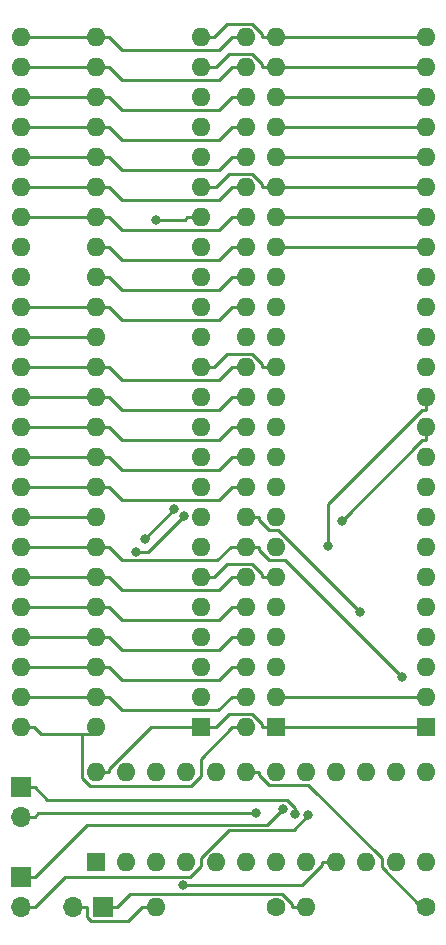
<source format=gbl>
G04 #@! TF.GenerationSoftware,KiCad,Pcbnew,(6.0.5)*
G04 #@! TF.CreationDate,2022-07-17T20:37:41+02:00*
G04 #@! TF.ProjectId,c128-mmu-exp,63313238-2d6d-46d7-952d-6578702e6b69,rev?*
G04 #@! TF.SameCoordinates,Original*
G04 #@! TF.FileFunction,Copper,L2,Bot*
G04 #@! TF.FilePolarity,Positive*
%FSLAX46Y46*%
G04 Gerber Fmt 4.6, Leading zero omitted, Abs format (unit mm)*
G04 Created by KiCad (PCBNEW (6.0.5)) date 2022-07-17 20:37:41*
%MOMM*%
%LPD*%
G01*
G04 APERTURE LIST*
G04 #@! TA.AperFunction,ComponentPad*
%ADD10C,1.600000*%
G04 #@! TD*
G04 #@! TA.AperFunction,ComponentPad*
%ADD11O,1.600000X1.600000*%
G04 #@! TD*
G04 #@! TA.AperFunction,ComponentPad*
%ADD12R,1.700000X1.700000*%
G04 #@! TD*
G04 #@! TA.AperFunction,ComponentPad*
%ADD13O,1.700000X1.700000*%
G04 #@! TD*
G04 #@! TA.AperFunction,ComponentPad*
%ADD14R,1.600000X1.600000*%
G04 #@! TD*
G04 #@! TA.AperFunction,ViaPad*
%ADD15C,0.800000*%
G04 #@! TD*
G04 #@! TA.AperFunction,Conductor*
%ADD16C,0.250000*%
G04 #@! TD*
G04 APERTURE END LIST*
D10*
X116840000Y-101600000D03*
D11*
X106680000Y-101600000D03*
D12*
X82550000Y-99060000D03*
D13*
X82550000Y-101600000D03*
D14*
X104145000Y-86350000D03*
D11*
X104145000Y-83810000D03*
X104145000Y-81270000D03*
X104145000Y-78730000D03*
X104145000Y-76190000D03*
X104145000Y-73650000D03*
X104145000Y-71110000D03*
X104145000Y-68570000D03*
X104145000Y-66030000D03*
X104145000Y-63490000D03*
X104145000Y-60950000D03*
X104145000Y-58410000D03*
X104145000Y-55870000D03*
X104145000Y-53330000D03*
X104145000Y-50790000D03*
X104145000Y-48250000D03*
X104145000Y-45710000D03*
X104145000Y-43170000D03*
X104145000Y-40630000D03*
X104145000Y-38090000D03*
X104145000Y-35550000D03*
X104145000Y-33010000D03*
X104145000Y-30470000D03*
X104145000Y-27930000D03*
X88905000Y-27930000D03*
X88905000Y-30470000D03*
X88905000Y-33010000D03*
X88905000Y-35550000D03*
X88905000Y-38090000D03*
X88905000Y-40630000D03*
X88905000Y-43170000D03*
X88905000Y-45710000D03*
X88905000Y-48250000D03*
X88905000Y-50790000D03*
X88905000Y-53330000D03*
X88905000Y-55870000D03*
X88905000Y-58410000D03*
X88905000Y-60950000D03*
X88905000Y-63490000D03*
X88905000Y-66030000D03*
X88905000Y-68570000D03*
X88905000Y-71110000D03*
X88905000Y-73650000D03*
X88905000Y-76190000D03*
X88905000Y-78730000D03*
X88905000Y-81270000D03*
X88905000Y-83810000D03*
X88905000Y-86350000D03*
D14*
X97795000Y-86350000D03*
D11*
X97795000Y-83810000D03*
X97795000Y-81270000D03*
X97795000Y-78730000D03*
X97795000Y-76190000D03*
X97795000Y-73650000D03*
X97795000Y-71110000D03*
X97795000Y-68570000D03*
X97795000Y-66030000D03*
X97795000Y-63490000D03*
X97795000Y-60950000D03*
X97795000Y-58410000D03*
X97795000Y-55870000D03*
X97795000Y-53330000D03*
X97795000Y-50790000D03*
X97795000Y-48250000D03*
X97795000Y-45710000D03*
X97795000Y-43170000D03*
X97795000Y-40630000D03*
X97795000Y-38090000D03*
X97795000Y-35550000D03*
X97795000Y-33010000D03*
X97795000Y-30470000D03*
X97795000Y-27930000D03*
X82555000Y-27930000D03*
X82555000Y-30470000D03*
X82555000Y-33010000D03*
X82555000Y-35550000D03*
X82555000Y-38090000D03*
X82555000Y-40630000D03*
X82555000Y-43170000D03*
X82555000Y-45710000D03*
X82555000Y-48250000D03*
X82555000Y-50790000D03*
X82555000Y-53330000D03*
X82555000Y-55870000D03*
X82555000Y-58410000D03*
X82555000Y-60950000D03*
X82555000Y-63490000D03*
X82555000Y-66030000D03*
X82555000Y-68570000D03*
X82555000Y-71110000D03*
X82555000Y-73650000D03*
X82555000Y-76190000D03*
X82555000Y-78730000D03*
X82555000Y-81270000D03*
X82555000Y-83810000D03*
X82555000Y-86350000D03*
D10*
X104140000Y-101600000D03*
D11*
X93980000Y-101600000D03*
D14*
X116845000Y-86350000D03*
D11*
X116845000Y-83810000D03*
X116845000Y-81270000D03*
X116845000Y-78730000D03*
X116845000Y-76190000D03*
X116845000Y-73650000D03*
X116845000Y-71110000D03*
X116845000Y-68570000D03*
X116845000Y-66030000D03*
X116845000Y-63490000D03*
X116845000Y-60950000D03*
X116845000Y-58410000D03*
X116845000Y-55870000D03*
X116845000Y-53330000D03*
X116845000Y-50790000D03*
X116845000Y-48250000D03*
X116845000Y-45710000D03*
X116845000Y-43170000D03*
X116845000Y-40630000D03*
X116845000Y-38090000D03*
X116845000Y-35550000D03*
X116845000Y-33010000D03*
X116845000Y-30470000D03*
X116845000Y-27930000D03*
X101605000Y-27930000D03*
X101605000Y-30470000D03*
X101605000Y-33010000D03*
X101605000Y-35550000D03*
X101605000Y-38090000D03*
X101605000Y-40630000D03*
X101605000Y-43170000D03*
X101605000Y-45710000D03*
X101605000Y-48250000D03*
X101605000Y-50790000D03*
X101605000Y-53330000D03*
X101605000Y-55870000D03*
X101605000Y-58410000D03*
X101605000Y-60950000D03*
X101605000Y-63490000D03*
X101605000Y-66030000D03*
X101605000Y-68570000D03*
X101605000Y-71110000D03*
X101605000Y-73650000D03*
X101605000Y-76190000D03*
X101605000Y-78730000D03*
X101605000Y-81270000D03*
X101605000Y-83810000D03*
X101605000Y-86350000D03*
D12*
X82550000Y-91440000D03*
D13*
X82550000Y-93980000D03*
D12*
X89540000Y-101600000D03*
D13*
X87000000Y-101600000D03*
D14*
X88895000Y-97780000D03*
D11*
X91435000Y-97780000D03*
X93975000Y-97780000D03*
X96515000Y-97780000D03*
X99055000Y-97780000D03*
X101595000Y-97780000D03*
X104135000Y-97780000D03*
X106675000Y-97780000D03*
X109215000Y-97780000D03*
X111755000Y-97780000D03*
X114295000Y-97780000D03*
X116835000Y-97780000D03*
X116835000Y-90160000D03*
X114295000Y-90160000D03*
X111755000Y-90160000D03*
X109215000Y-90160000D03*
X106675000Y-90160000D03*
X104135000Y-90160000D03*
X101595000Y-90160000D03*
X99055000Y-90160000D03*
X96515000Y-90160000D03*
X93975000Y-90160000D03*
X91435000Y-90160000D03*
X88895000Y-90160000D03*
D15*
X94031200Y-43392900D03*
X96386100Y-68481600D03*
X92300400Y-71509000D03*
X95546100Y-67906400D03*
X93038900Y-70413600D03*
X96301800Y-99760500D03*
X114810200Y-82121500D03*
X111261800Y-76635300D03*
X105786700Y-93694000D03*
X102478500Y-93646100D03*
X104800400Y-93252900D03*
X106897900Y-93839300D03*
X108599900Y-70993600D03*
X109715700Y-68923300D03*
D16*
X116845000Y-83810000D02*
X104145000Y-83810000D01*
X116845000Y-45710000D02*
X104145000Y-45710000D01*
X96446800Y-43392900D02*
X96669700Y-43170000D01*
X97795000Y-43170000D02*
X96669700Y-43170000D01*
X94031200Y-43392900D02*
X96446800Y-43392900D01*
X116845000Y-43170000D02*
X104145000Y-43170000D01*
X100195000Y-39504700D02*
X102175800Y-39504700D01*
X93358700Y-71509000D02*
X92300400Y-71509000D01*
X97795000Y-40630000D02*
X99069700Y-40630000D01*
X99069700Y-40630000D02*
X100195000Y-39504700D01*
X96386100Y-68481600D02*
X93358700Y-71509000D01*
X103019700Y-40348600D02*
X103019700Y-40630000D01*
X116845000Y-40630000D02*
X104145000Y-40630000D01*
X102175800Y-39504700D02*
X103019700Y-40348600D01*
X104145000Y-40630000D02*
X103019700Y-40630000D01*
X116845000Y-38090000D02*
X104145000Y-38090000D01*
X93038900Y-70413600D02*
X95546100Y-67906400D01*
X116845000Y-35550000D02*
X104145000Y-35550000D01*
X116845000Y-33010000D02*
X104145000Y-33010000D01*
X103019700Y-30188600D02*
X103019700Y-30470000D01*
X104145000Y-30470000D02*
X103019700Y-30470000D01*
X100195000Y-29344700D02*
X102175800Y-29344700D01*
X99069700Y-30470000D02*
X100195000Y-29344700D01*
X97795000Y-30470000D02*
X99069700Y-30470000D01*
X102175800Y-29344700D02*
X103019700Y-30188600D01*
X116845000Y-30470000D02*
X104145000Y-30470000D01*
X116845000Y-27930000D02*
X104145000Y-27930000D01*
X103019700Y-27930000D02*
X103019700Y-27648600D01*
X103019700Y-27648600D02*
X102175800Y-26804700D01*
X102175800Y-26804700D02*
X100045600Y-26804700D01*
X100045600Y-26804700D02*
X98920300Y-27930000D01*
X104145000Y-27930000D02*
X103019700Y-27930000D01*
X97795000Y-27930000D02*
X98920300Y-27930000D01*
X101605000Y-27930000D02*
X100479700Y-27930000D01*
X100479700Y-27930000D02*
X99354400Y-29055300D01*
X82555000Y-27930000D02*
X88905000Y-27930000D01*
X99354400Y-29055300D02*
X91155600Y-29055300D01*
X91155600Y-29055300D02*
X90030300Y-27930000D01*
X88905000Y-27930000D02*
X90030300Y-27930000D01*
X91155600Y-31595300D02*
X90030300Y-30470000D01*
X82555000Y-30470000D02*
X88905000Y-30470000D01*
X100479700Y-30470000D02*
X99354400Y-31595300D01*
X99354400Y-31595300D02*
X91155600Y-31595300D01*
X101605000Y-30470000D02*
X100479700Y-30470000D01*
X88905000Y-30470000D02*
X90030300Y-30470000D01*
X101605000Y-33010000D02*
X100479700Y-33010000D01*
X99354400Y-34135300D02*
X91155600Y-34135300D01*
X82555000Y-33010000D02*
X88905000Y-33010000D01*
X91155600Y-34135300D02*
X90030300Y-33010000D01*
X100479700Y-33010000D02*
X99354400Y-34135300D01*
X88905000Y-33010000D02*
X90030300Y-33010000D01*
X88905000Y-35550000D02*
X90030300Y-35550000D01*
X99354400Y-36675300D02*
X91155600Y-36675300D01*
X91155600Y-36675300D02*
X90030300Y-35550000D01*
X82555000Y-35550000D02*
X88905000Y-35550000D01*
X101605000Y-35550000D02*
X100479700Y-35550000D01*
X100479700Y-35550000D02*
X99354400Y-36675300D01*
X101605000Y-38090000D02*
X100479700Y-38090000D01*
X100479700Y-38090000D02*
X99354400Y-39215300D01*
X99354400Y-39215300D02*
X91155600Y-39215300D01*
X88905000Y-38090000D02*
X90030300Y-38090000D01*
X82555000Y-38090000D02*
X88905000Y-38090000D01*
X91155600Y-39215300D02*
X90030300Y-38090000D01*
X99354400Y-41755300D02*
X91155600Y-41755300D01*
X88905000Y-40630000D02*
X90030300Y-40630000D01*
X91155600Y-41755300D02*
X90030300Y-40630000D01*
X101605000Y-40630000D02*
X100479700Y-40630000D01*
X100479700Y-40630000D02*
X99354400Y-41755300D01*
X82555000Y-40630000D02*
X88905000Y-40630000D01*
X99354400Y-44295300D02*
X91155600Y-44295300D01*
X82555000Y-43170000D02*
X88905000Y-43170000D01*
X91155600Y-44295300D02*
X90030300Y-43170000D01*
X88905000Y-43170000D02*
X90030300Y-43170000D01*
X101605000Y-43170000D02*
X100479700Y-43170000D01*
X100479700Y-43170000D02*
X99354400Y-44295300D01*
X88905000Y-45710000D02*
X90030300Y-45710000D01*
X91155600Y-46835300D02*
X90030300Y-45710000D01*
X99354400Y-46835300D02*
X91155600Y-46835300D01*
X100479700Y-45710000D02*
X99354400Y-46835300D01*
X101605000Y-45710000D02*
X100479700Y-45710000D01*
X100479700Y-48250000D02*
X99354400Y-49375300D01*
X101605000Y-48250000D02*
X100479700Y-48250000D01*
X91155600Y-49375300D02*
X90030300Y-48250000D01*
X88905000Y-48250000D02*
X90030300Y-48250000D01*
X99354400Y-49375300D02*
X91155600Y-49375300D01*
X108089700Y-98061300D02*
X106390500Y-99760500D01*
X106390500Y-99760500D02*
X96301800Y-99760500D01*
X108089700Y-97780000D02*
X108089700Y-98061300D01*
X82555000Y-53330000D02*
X88905000Y-53330000D01*
X109215000Y-97780000D02*
X108089700Y-97780000D01*
X91155600Y-56995300D02*
X90030300Y-55870000D01*
X101605000Y-55870000D02*
X100479700Y-55870000D01*
X82555000Y-55870000D02*
X88905000Y-55870000D01*
X88905000Y-55870000D02*
X90030300Y-55870000D01*
X100479700Y-55870000D02*
X99354400Y-56995300D01*
X99354400Y-56995300D02*
X91155600Y-56995300D01*
X100479700Y-58410000D02*
X99354400Y-59535300D01*
X91155600Y-59535300D02*
X90030300Y-58410000D01*
X99354400Y-59535300D02*
X91155600Y-59535300D01*
X88905000Y-58410000D02*
X90030300Y-58410000D01*
X82555000Y-58410000D02*
X88905000Y-58410000D01*
X101605000Y-58410000D02*
X100479700Y-58410000D01*
X100479700Y-60950000D02*
X99354400Y-62075300D01*
X88905000Y-60950000D02*
X90030300Y-60950000D01*
X99354400Y-62075300D02*
X91155600Y-62075300D01*
X91155600Y-62075300D02*
X90030300Y-60950000D01*
X101605000Y-60950000D02*
X100479700Y-60950000D01*
X82555000Y-60950000D02*
X88905000Y-60950000D01*
X88905000Y-63490000D02*
X90030300Y-63490000D01*
X101605000Y-63490000D02*
X100479700Y-63490000D01*
X100479700Y-63490000D02*
X99354400Y-64615300D01*
X91155600Y-64615300D02*
X90030300Y-63490000D01*
X82555000Y-63490000D02*
X88905000Y-63490000D01*
X99354400Y-64615300D02*
X91155600Y-64615300D01*
X99354400Y-67155300D02*
X91155600Y-67155300D01*
X82555000Y-66030000D02*
X88905000Y-66030000D01*
X100479700Y-66030000D02*
X99354400Y-67155300D01*
X91155600Y-67155300D02*
X90030300Y-66030000D01*
X101605000Y-66030000D02*
X100479700Y-66030000D01*
X88905000Y-66030000D02*
X90030300Y-66030000D01*
X82555000Y-68570000D02*
X88905000Y-68570000D01*
X99205000Y-72235300D02*
X91155600Y-72235300D01*
X103574200Y-72235300D02*
X104924000Y-72235300D01*
X101605000Y-71110000D02*
X100330300Y-71110000D01*
X101605000Y-71110000D02*
X102730300Y-71110000D01*
X100330300Y-71110000D02*
X99205000Y-72235300D01*
X102730300Y-71110000D02*
X102730300Y-71391400D01*
X102730300Y-71391400D02*
X103574200Y-72235300D01*
X104924000Y-72235300D02*
X114810200Y-82121500D01*
X91155600Y-72235300D02*
X90030300Y-71110000D01*
X88905000Y-71110000D02*
X90030300Y-71110000D01*
X82555000Y-71110000D02*
X88905000Y-71110000D01*
X100479700Y-73650000D02*
X99354400Y-74775300D01*
X99354400Y-74775300D02*
X91155600Y-74775300D01*
X91155600Y-74775300D02*
X90030300Y-73650000D01*
X82555000Y-73650000D02*
X88905000Y-73650000D01*
X88905000Y-73650000D02*
X90030300Y-73650000D01*
X101605000Y-73650000D02*
X100479700Y-73650000D01*
X88905000Y-76190000D02*
X90030300Y-76190000D01*
X82555000Y-76190000D02*
X88905000Y-76190000D01*
X101605000Y-76190000D02*
X100479700Y-76190000D01*
X91155600Y-77315300D02*
X90030300Y-76190000D01*
X99354400Y-77315300D02*
X91155600Y-77315300D01*
X100479700Y-76190000D02*
X99354400Y-77315300D01*
X101605000Y-78730000D02*
X100479700Y-78730000D01*
X91155600Y-79855300D02*
X90030300Y-78730000D01*
X100479700Y-78730000D02*
X99354400Y-79855300D01*
X99354400Y-79855300D02*
X91155600Y-79855300D01*
X82555000Y-78730000D02*
X88905000Y-78730000D01*
X88905000Y-78730000D02*
X90030300Y-78730000D01*
X100479700Y-81270000D02*
X99354400Y-82395300D01*
X101605000Y-81270000D02*
X100479700Y-81270000D01*
X88905000Y-81270000D02*
X90030300Y-81270000D01*
X91155600Y-82395300D02*
X90030300Y-81270000D01*
X99354400Y-82395300D02*
X91155600Y-82395300D01*
X88905000Y-81270000D02*
X82555000Y-81270000D01*
X82555000Y-83810000D02*
X88905000Y-83810000D01*
X99279700Y-84935300D02*
X91155600Y-84935300D01*
X88905000Y-83810000D02*
X90030300Y-83810000D01*
X100405000Y-83810000D02*
X99279700Y-84935300D01*
X91155600Y-84935300D02*
X90030300Y-83810000D01*
X101605000Y-83810000D02*
X100405000Y-83810000D01*
X88432400Y-91310100D02*
X87769600Y-90647300D01*
X87769600Y-86912600D02*
X84242900Y-86912600D01*
X84242900Y-86912600D02*
X83680300Y-86350000D01*
X88905000Y-86350000D02*
X88905000Y-86912600D01*
X97000100Y-91310100D02*
X88432400Y-91310100D01*
X87769600Y-90647300D02*
X87769600Y-86912600D01*
X97785000Y-89044700D02*
X97785000Y-90525200D01*
X88905000Y-86912600D02*
X87769600Y-86912600D01*
X100479700Y-86350000D02*
X97785000Y-89044700D01*
X101605000Y-86350000D02*
X100479700Y-86350000D01*
X82555000Y-86350000D02*
X83680300Y-86350000D01*
X97785000Y-90525200D02*
X97000100Y-91310100D01*
X101605000Y-68570000D02*
X102730300Y-68570000D01*
X102730300Y-68851400D02*
X102730300Y-68570000D01*
X111261800Y-76635300D02*
X104321800Y-69695300D01*
X103574200Y-69695300D02*
X102730300Y-68851400D01*
X104321800Y-69695300D02*
X103574200Y-69695300D01*
X88175300Y-102408000D02*
X88542700Y-102775400D01*
X88175300Y-101600000D02*
X88175300Y-102408000D01*
X93980000Y-101600000D02*
X92854700Y-101600000D01*
X91679300Y-102775400D02*
X92854700Y-101600000D01*
X88542700Y-102775400D02*
X91679300Y-102775400D01*
X87000000Y-101600000D02*
X88175300Y-101600000D01*
X104710800Y-100474700D02*
X105554700Y-101318600D01*
X95673800Y-100474700D02*
X95727500Y-100528400D01*
X106680000Y-101600000D02*
X105554700Y-101600000D01*
X90715300Y-101600000D02*
X91840600Y-100474700D01*
X95727500Y-100528400D02*
X96650600Y-100528400D01*
X96650600Y-100528400D02*
X96704300Y-100474700D01*
X105554700Y-101318600D02*
X105554700Y-101600000D01*
X96704300Y-100474700D02*
X104710800Y-100474700D01*
X89540000Y-101600000D02*
X90715300Y-101600000D01*
X91840600Y-100474700D02*
X95673800Y-100474700D01*
X84812900Y-92527600D02*
X83725300Y-91440000D01*
X82550000Y-91440000D02*
X83725300Y-91440000D01*
X105107700Y-92527600D02*
X84812900Y-92527600D01*
X105786700Y-93694000D02*
X105786700Y-93206600D01*
X105786700Y-93206600D02*
X105107700Y-92527600D01*
X82550000Y-93980000D02*
X83725300Y-93980000D01*
X84059200Y-93646100D02*
X83725300Y-93980000D01*
X102478500Y-93646100D02*
X84059200Y-93646100D01*
X82550000Y-99060000D02*
X83725300Y-99060000D01*
X88170600Y-94614700D02*
X83725300Y-99060000D01*
X104800400Y-93252900D02*
X103438600Y-94614700D01*
X103438600Y-94614700D02*
X88170600Y-94614700D01*
X106897900Y-93839300D02*
X105672200Y-95065000D01*
X96881600Y-99035200D02*
X86290100Y-99035200D01*
X82550000Y-101600000D02*
X83725300Y-101600000D01*
X100150500Y-95065000D02*
X97785000Y-97430500D01*
X105672200Y-95065000D02*
X100150500Y-95065000D01*
X86290100Y-99035200D02*
X83725300Y-101600000D01*
X97785000Y-98131800D02*
X96881600Y-99035200D01*
X97785000Y-97430500D02*
X97785000Y-98131800D01*
X98920300Y-73650000D02*
X100045600Y-72524700D01*
X100045600Y-72524700D02*
X102175800Y-72524700D01*
X104145000Y-73650000D02*
X103019700Y-73650000D01*
X103019700Y-73368600D02*
X103019700Y-73650000D01*
X102175800Y-72524700D02*
X103019700Y-73368600D01*
X97795000Y-73650000D02*
X98920300Y-73650000D01*
X100045600Y-54744700D02*
X102175800Y-54744700D01*
X103019700Y-55588600D02*
X103019700Y-55870000D01*
X104145000Y-55870000D02*
X103019700Y-55870000D01*
X102175800Y-54744700D02*
X103019700Y-55588600D01*
X97795000Y-55870000D02*
X98920300Y-55870000D01*
X98920300Y-55870000D02*
X100045600Y-54744700D01*
X88895000Y-90160000D02*
X90020300Y-90160000D01*
X115719700Y-86350000D02*
X105270300Y-86350000D01*
X103019700Y-86068600D02*
X103019700Y-86350000D01*
X90020300Y-89878700D02*
X93549000Y-86350000D01*
X104145000Y-86350000D02*
X103019700Y-86350000D01*
X97795000Y-86350000D02*
X96669700Y-86350000D01*
X116845000Y-86350000D02*
X115719700Y-86350000D01*
X90020300Y-90160000D02*
X90020300Y-89878700D01*
X99069700Y-86350000D02*
X100195000Y-85224700D01*
X104145000Y-86350000D02*
X105270300Y-86350000D01*
X93549000Y-86350000D02*
X96669700Y-86350000D01*
X100195000Y-85224700D02*
X102175800Y-85224700D01*
X102175800Y-85224700D02*
X103019700Y-86068600D01*
X97795000Y-86350000D02*
X99069700Y-86350000D01*
X99354400Y-51915300D02*
X91155600Y-51915300D01*
X91155600Y-51915300D02*
X90030300Y-50790000D01*
X100479700Y-50790000D02*
X99354400Y-51915300D01*
X88905000Y-50790000D02*
X90030300Y-50790000D01*
X82555000Y-50790000D02*
X88905000Y-50790000D01*
X101605000Y-50790000D02*
X100479700Y-50790000D01*
X116563700Y-59535300D02*
X116845000Y-59535300D01*
X108599900Y-70993600D02*
X108599900Y-67499100D01*
X116845000Y-58410000D02*
X116845000Y-59535300D01*
X108599900Y-67499100D02*
X116563700Y-59535300D01*
X116563700Y-62075300D02*
X116845000Y-62075300D01*
X109715700Y-68923300D02*
X116563700Y-62075300D01*
X116845000Y-60950000D02*
X116845000Y-62075300D01*
X116481000Y-101600000D02*
X116840000Y-101600000D01*
X113108100Y-97479400D02*
X113108100Y-98227100D01*
X106914000Y-91285300D02*
X113108100Y-97479400D01*
X102720300Y-90160000D02*
X102720300Y-90441400D01*
X103564200Y-91285300D02*
X106914000Y-91285300D01*
X101595000Y-90160000D02*
X102720300Y-90160000D01*
X102720300Y-90441400D02*
X103564200Y-91285300D01*
X113108100Y-98227100D02*
X116481000Y-101600000D01*
M02*

</source>
